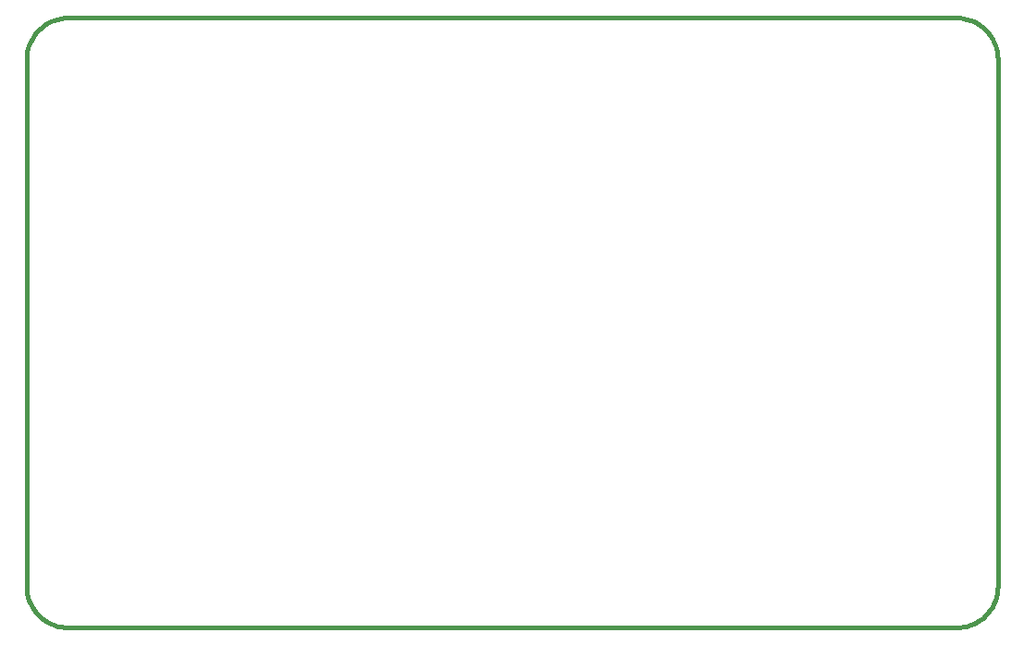
<source format=gbr>
G04 (created by PCBNEW-RS274X (2011-07-20 BZR 3052)-testing) date Wed 05 Oct 2011 06:02:34 PM COT*
G01*
G70*
G90*
%MOIN*%
G04 Gerber Fmt 3.4, Leading zero omitted, Abs format*
%FSLAX34Y34*%
G04 APERTURE LIST*
%ADD10C,0.006000*%
%ADD11C,0.015000*%
G04 APERTURE END LIST*
G54D10*
G54D11*
X67955Y-53463D02*
X67955Y-34463D01*
X34455Y-54963D02*
X66455Y-54963D01*
X32955Y-34463D02*
X32955Y-53463D01*
X66455Y-32963D02*
X34455Y-32963D01*
X67955Y-34463D02*
X67949Y-34333D01*
X67932Y-34203D01*
X67903Y-34075D01*
X67864Y-33950D01*
X67814Y-33830D01*
X67754Y-33714D01*
X67683Y-33603D01*
X67604Y-33499D01*
X67515Y-33403D01*
X67419Y-33314D01*
X67315Y-33235D01*
X67205Y-33164D01*
X67088Y-33104D01*
X66968Y-33054D01*
X66843Y-33015D01*
X66715Y-32986D01*
X66585Y-32969D01*
X66455Y-32963D01*
X66455Y-54963D02*
X66585Y-54957D01*
X66715Y-54940D01*
X66843Y-54911D01*
X66968Y-54872D01*
X67088Y-54822D01*
X67205Y-54762D01*
X67315Y-54691D01*
X67419Y-54612D01*
X67515Y-54523D01*
X67604Y-54427D01*
X67683Y-54323D01*
X67754Y-54212D01*
X67814Y-54096D01*
X67864Y-53976D01*
X67903Y-53851D01*
X67932Y-53723D01*
X67949Y-53593D01*
X67955Y-53463D01*
X32955Y-53463D02*
X32961Y-53593D01*
X32978Y-53723D01*
X33007Y-53851D01*
X33046Y-53976D01*
X33096Y-54096D01*
X33156Y-54212D01*
X33227Y-54323D01*
X33306Y-54427D01*
X33395Y-54523D01*
X33491Y-54612D01*
X33595Y-54691D01*
X33706Y-54762D01*
X33822Y-54822D01*
X33942Y-54872D01*
X34067Y-54911D01*
X34195Y-54940D01*
X34325Y-54957D01*
X34455Y-54963D01*
X34455Y-32963D02*
X34325Y-32969D01*
X34195Y-32986D01*
X34067Y-33015D01*
X33942Y-33054D01*
X33822Y-33104D01*
X33706Y-33164D01*
X33595Y-33235D01*
X33491Y-33314D01*
X33395Y-33403D01*
X33306Y-33499D01*
X33227Y-33603D01*
X33156Y-33714D01*
X33096Y-33830D01*
X33046Y-33950D01*
X33007Y-34075D01*
X32978Y-34203D01*
X32961Y-34333D01*
X32955Y-34463D01*
M02*

</source>
